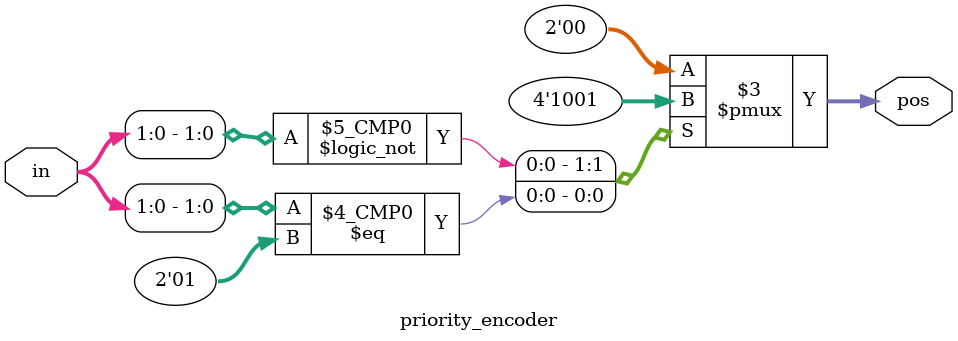
<source format=v>
module priority_encoder( 
input [2:0] in,
output reg [1:0] pos ); 
// When sel=1, assign b to out
always @(*) begin
	casex ( in[1:0] )
	 2'b00 : pos <= 2'b10;
	 2'b01 : pos <= 2'b01;
	 default: pos <= 2'b00;
	endcase 
end 
endmodule

</source>
